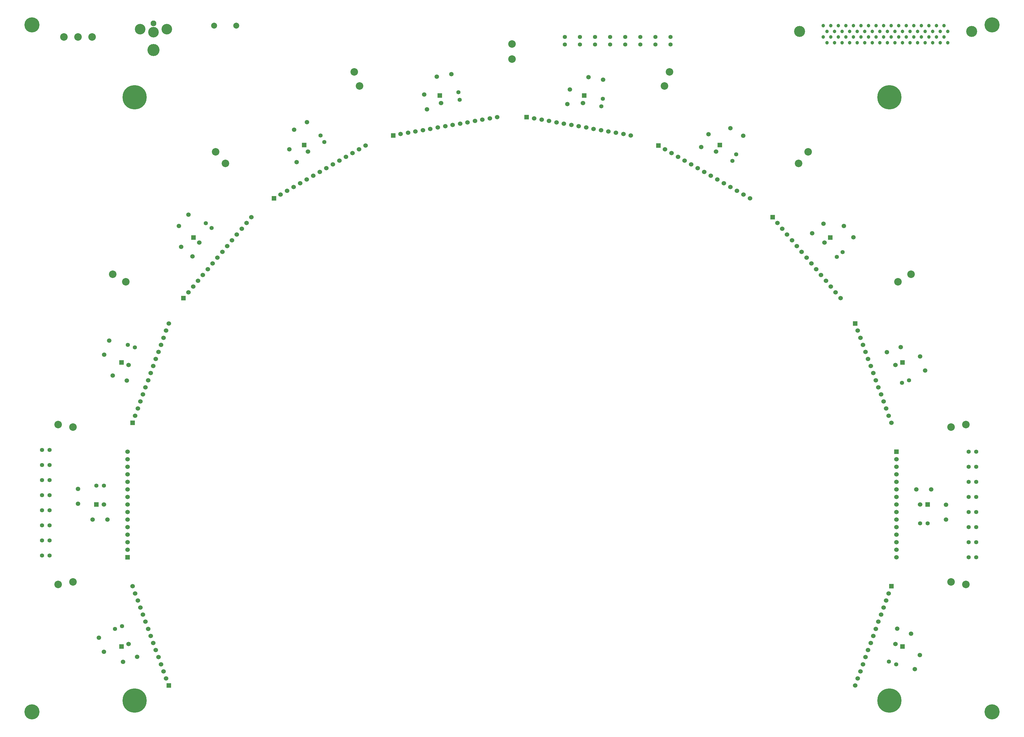
<source format=gbs>
G04 (created by PCBNEW (2013-jul-07)-stable) date Mon 30 Nov 2015 09:20:55 AM PST*
%MOIN*%
G04 Gerber Fmt 3.4, Leading zero omitted, Abs format*
%FSLAX34Y34*%
G01*
G70*
G90*
G04 APERTURE LIST*
%ADD10C,0.00590551*%
%ADD11C,0.145669*%
%ADD12C,0.0472441*%
%ADD13C,0.1*%
%ADD14C,0.0590551*%
%ADD15R,0.06X0.06*%
%ADD16C,0.06*%
%ADD17C,0.076*%
%ADD18C,0.14*%
%ADD19C,0.16*%
%ADD20C,0.055*%
%ADD21C,0.0787402*%
%ADD22C,0.32*%
%ADD23C,0.2*%
G04 APERTURE END LIST*
G54D10*
G54D11*
X140899Y-27246D03*
X118100Y-27246D03*
G54D12*
X137750Y-28746D03*
X137250Y-27996D03*
X136750Y-28746D03*
X136250Y-27996D03*
X135750Y-28746D03*
X135250Y-27996D03*
X134750Y-28746D03*
X134250Y-27996D03*
X133750Y-28746D03*
X133250Y-27996D03*
X132750Y-28746D03*
X132250Y-27996D03*
X131750Y-28746D03*
X131250Y-27996D03*
X130750Y-28746D03*
X130250Y-27996D03*
X129750Y-28746D03*
X129250Y-27996D03*
X128750Y-28746D03*
X128250Y-27996D03*
X127750Y-28746D03*
X127250Y-27996D03*
X126750Y-28746D03*
X126250Y-27996D03*
X125750Y-28746D03*
X125250Y-27996D03*
X124750Y-28746D03*
X124250Y-27996D03*
X123750Y-28746D03*
X123250Y-27996D03*
X122750Y-28746D03*
X122250Y-27996D03*
X121750Y-28746D03*
X121250Y-27996D03*
X137750Y-27246D03*
X137250Y-26496D03*
X136750Y-27246D03*
X136250Y-26496D03*
X135750Y-27246D03*
X135250Y-26496D03*
X134750Y-27246D03*
X134250Y-26496D03*
X133750Y-27246D03*
X133250Y-26496D03*
X132750Y-27246D03*
X132250Y-26496D03*
X131750Y-27246D03*
X131250Y-26496D03*
X130750Y-27246D03*
X130250Y-26496D03*
X129750Y-27246D03*
X129250Y-26496D03*
X128750Y-27246D03*
X128250Y-26496D03*
X127750Y-27246D03*
X127250Y-26496D03*
X126750Y-27246D03*
X126250Y-26496D03*
X125750Y-27246D03*
X125250Y-26496D03*
X124750Y-27246D03*
X124250Y-26496D03*
X123750Y-27246D03*
X123250Y-26496D03*
X122750Y-27246D03*
X122250Y-26496D03*
X121750Y-27246D03*
X121250Y-26496D03*
G54D13*
X24370Y-28000D03*
X22500Y-28000D03*
X20630Y-28000D03*
G54D14*
X37669Y-57091D03*
X36161Y-55825D03*
X123967Y-53046D03*
X125232Y-54553D03*
X68726Y-37581D03*
X68384Y-35642D03*
X108947Y-40107D03*
X110652Y-41092D03*
X134063Y-70375D03*
X134736Y-72224D03*
X90130Y-33329D03*
X92069Y-33670D03*
X87334Y-36886D03*
X87676Y-34948D03*
X51477Y-44598D03*
X50493Y-42893D03*
X137500Y-90015D03*
X137500Y-91984D03*
X134036Y-109975D03*
X133363Y-111824D03*
X30335Y-110204D03*
X28485Y-110877D03*
X26419Y-92000D03*
X24451Y-92000D03*
X28967Y-73553D03*
X27117Y-72880D03*
X51147Y-40292D03*
X52852Y-39307D03*
X35867Y-53053D03*
X37132Y-51546D03*
X25963Y-70124D03*
X26636Y-68275D03*
X22500Y-89884D03*
X22500Y-87915D03*
X25936Y-109524D03*
X25263Y-107675D03*
X129664Y-69795D03*
X131514Y-69122D03*
X133579Y-88000D03*
X135548Y-88000D03*
X70030Y-33270D03*
X71969Y-32929D03*
X119759Y-54027D03*
X121266Y-52761D03*
X131032Y-106446D03*
X132882Y-107119D03*
X105057Y-42598D03*
X106042Y-40893D03*
G54D15*
X135064Y-90000D03*
G54D16*
X134064Y-90000D03*
G54D15*
X52467Y-42313D03*
G54D16*
X52967Y-43179D03*
G54D15*
X70438Y-35772D03*
G54D16*
X70612Y-36757D03*
G54D15*
X89561Y-35772D03*
G54D16*
X89387Y-36757D03*
G54D15*
X37818Y-54605D03*
G54D16*
X38584Y-55248D03*
G54D15*
X28256Y-108833D03*
G54D16*
X29196Y-108491D03*
G54D15*
X131743Y-108833D03*
G54D16*
X130803Y-108491D03*
G54D15*
X131743Y-71166D03*
G54D16*
X130803Y-71508D03*
G54D15*
X122181Y-54605D03*
G54D16*
X121415Y-55248D03*
G54D15*
X28256Y-71166D03*
G54D16*
X29196Y-71508D03*
G54D15*
X107532Y-42313D03*
G54D16*
X107032Y-43179D03*
G54D15*
X24935Y-90000D03*
G54D16*
X25935Y-90000D03*
G54D15*
X99407Y-42385D03*
G54D16*
X100273Y-42885D03*
X101139Y-43385D03*
X102005Y-43885D03*
X102871Y-44385D03*
X103737Y-44885D03*
X104603Y-45385D03*
X105469Y-45885D03*
X106335Y-46385D03*
X107201Y-46885D03*
X108067Y-47385D03*
X108933Y-47885D03*
X109799Y-48385D03*
X110665Y-48885D03*
X111531Y-49385D03*
G54D15*
X130261Y-100844D03*
G54D16*
X129919Y-101784D03*
X129577Y-102723D03*
X129235Y-103663D03*
X128893Y-104603D03*
X128551Y-105543D03*
X128209Y-106482D03*
X127867Y-107422D03*
X127525Y-108362D03*
X127183Y-109301D03*
X126841Y-110241D03*
X126499Y-111181D03*
X126157Y-112120D03*
X125815Y-113060D03*
X125473Y-114000D03*
G54D15*
X130939Y-83000D03*
G54D16*
X130939Y-84000D03*
X130939Y-85000D03*
X130939Y-86000D03*
X130939Y-87000D03*
X130939Y-88000D03*
X130939Y-89000D03*
X130939Y-90000D03*
X130939Y-91000D03*
X130939Y-92000D03*
X130939Y-93000D03*
X130939Y-94000D03*
X130939Y-95000D03*
X130939Y-96000D03*
X130939Y-97000D03*
G54D15*
X125473Y-65999D03*
G54D16*
X125815Y-66939D03*
X126157Y-67879D03*
X126499Y-68818D03*
X126841Y-69758D03*
X127183Y-70698D03*
X127525Y-71637D03*
X127867Y-72577D03*
X128209Y-73517D03*
X128551Y-74456D03*
X128893Y-75396D03*
X129235Y-76336D03*
X129577Y-77276D03*
X129919Y-78215D03*
X130261Y-79155D03*
G54D15*
X114522Y-51894D03*
G54D16*
X115164Y-52660D03*
X115807Y-53426D03*
X116450Y-54192D03*
X117093Y-54958D03*
X117736Y-55724D03*
X118378Y-56490D03*
X119021Y-57256D03*
X119664Y-58022D03*
X120307Y-58788D03*
X120950Y-59554D03*
X121592Y-60320D03*
X122235Y-61086D03*
X122878Y-61852D03*
X123521Y-62619D03*
G54D15*
X81952Y-38619D03*
G54D16*
X82936Y-38792D03*
X83921Y-38966D03*
X84906Y-39140D03*
X85891Y-39313D03*
X86876Y-39487D03*
X87860Y-39660D03*
X88845Y-39834D03*
X89830Y-40008D03*
X90815Y-40181D03*
X91800Y-40355D03*
X92784Y-40529D03*
X93769Y-40702D03*
X94754Y-40876D03*
X95739Y-41050D03*
G54D15*
X64260Y-41050D03*
G54D16*
X65245Y-40876D03*
X66230Y-40702D03*
X67215Y-40529D03*
X68199Y-40355D03*
X69184Y-40181D03*
X70169Y-40008D03*
X71154Y-39834D03*
X72139Y-39660D03*
X73123Y-39487D03*
X74108Y-39313D03*
X75093Y-39140D03*
X76078Y-38966D03*
X77063Y-38792D03*
X78047Y-38619D03*
G54D15*
X48468Y-49385D03*
G54D16*
X49334Y-48885D03*
X50200Y-48385D03*
X51066Y-47885D03*
X51932Y-47385D03*
X52798Y-46885D03*
X53664Y-46385D03*
X54530Y-45885D03*
X55396Y-45385D03*
X56262Y-44885D03*
X57128Y-44385D03*
X57994Y-43885D03*
X58860Y-43385D03*
X59726Y-42885D03*
X60592Y-42385D03*
G54D15*
X36478Y-62619D03*
G54D16*
X37121Y-61852D03*
X37764Y-61086D03*
X38407Y-60320D03*
X39049Y-59554D03*
X39692Y-58788D03*
X40335Y-58022D03*
X40978Y-57256D03*
X41621Y-56490D03*
X42263Y-55724D03*
X42906Y-54958D03*
X43549Y-54192D03*
X44192Y-53426D03*
X44835Y-52660D03*
X45477Y-51894D03*
G54D15*
X29738Y-79155D03*
G54D16*
X30080Y-78215D03*
X30422Y-77276D03*
X30764Y-76336D03*
X31106Y-75396D03*
X31448Y-74456D03*
X31790Y-73517D03*
X32132Y-72577D03*
X32474Y-71637D03*
X32816Y-70698D03*
X33158Y-69758D03*
X33500Y-68818D03*
X33842Y-67879D03*
X34184Y-66939D03*
X34526Y-65999D03*
G54D15*
X29060Y-97000D03*
G54D16*
X29060Y-96000D03*
X29060Y-95000D03*
X29060Y-94000D03*
X29060Y-93000D03*
X29060Y-92000D03*
X29060Y-91000D03*
X29060Y-90000D03*
X29060Y-89000D03*
X29060Y-88000D03*
X29060Y-87000D03*
X29060Y-86000D03*
X29060Y-85000D03*
X29060Y-84000D03*
X29060Y-83000D03*
G54D15*
X34526Y-114000D03*
G54D16*
X34184Y-113060D03*
X33842Y-112120D03*
X33500Y-111181D03*
X33158Y-110241D03*
X32816Y-109301D03*
X32474Y-108362D03*
X32132Y-107422D03*
X31790Y-106482D03*
X31448Y-105543D03*
X31106Y-104603D03*
X30764Y-103663D03*
X30422Y-102723D03*
X30080Y-101784D03*
X29738Y-100844D03*
G54D17*
X32500Y-26180D03*
G54D18*
X32500Y-27360D03*
G54D19*
X32500Y-29720D03*
G54D18*
X30730Y-26970D03*
X34270Y-26970D03*
G54D13*
X80000Y-30935D03*
X80000Y-28935D03*
X21832Y-100256D03*
X19863Y-100603D03*
X21832Y-79743D03*
X19863Y-79396D03*
X28848Y-60467D03*
X27116Y-59467D03*
X42034Y-44754D03*
X40748Y-43222D03*
X59798Y-34497D03*
X59114Y-32618D03*
G54D20*
X30051Y-69159D03*
X29111Y-68817D03*
X28341Y-106141D03*
X27401Y-106484D03*
X25935Y-87500D03*
X24935Y-87500D03*
X131658Y-73858D03*
X132598Y-73515D03*
X40191Y-53333D03*
X39425Y-52690D03*
X55133Y-41929D03*
X54633Y-41063D03*
X73073Y-36322D03*
X72900Y-35338D03*
X91850Y-37191D03*
X92023Y-36206D03*
X129948Y-110840D03*
X130888Y-111182D03*
X109197Y-44429D03*
X109697Y-43563D03*
X134064Y-92500D03*
X135064Y-92500D03*
X123022Y-57163D03*
X123788Y-56520D03*
G54D21*
X40523Y-26500D03*
X43476Y-26500D03*
G54D13*
X100201Y-34497D03*
X100885Y-32618D03*
X117965Y-44754D03*
X119251Y-43222D03*
X131151Y-60467D03*
X132883Y-59467D03*
X138167Y-79743D03*
X140136Y-79396D03*
X138167Y-100256D03*
X140136Y-100603D03*
G54D22*
X30000Y-36000D03*
X130000Y-36000D03*
X130000Y-116000D03*
X30000Y-116000D03*
G54D23*
X143600Y-26400D03*
X16400Y-117500D03*
X143600Y-117500D03*
X16400Y-26400D03*
G54D20*
X18750Y-82750D03*
X17750Y-82750D03*
X140500Y-91000D03*
X141500Y-91000D03*
X95000Y-29000D03*
X95000Y-28000D03*
X18750Y-88750D03*
X17750Y-88750D03*
X140500Y-93000D03*
X141500Y-93000D03*
X97000Y-29000D03*
X97000Y-28000D03*
X18750Y-86750D03*
X17750Y-86750D03*
X140500Y-95000D03*
X141500Y-95000D03*
X99000Y-29000D03*
X99000Y-28000D03*
X18750Y-84750D03*
X17750Y-84750D03*
X140500Y-97000D03*
X141500Y-97000D03*
X101000Y-29000D03*
X101000Y-28000D03*
X18750Y-90750D03*
X17750Y-90750D03*
X140500Y-83000D03*
X141500Y-83000D03*
X87000Y-29000D03*
X87000Y-28000D03*
X18750Y-96750D03*
X17750Y-96750D03*
X140500Y-85000D03*
X141500Y-85000D03*
X89000Y-29000D03*
X89000Y-28000D03*
X18750Y-94750D03*
X17750Y-94750D03*
X140500Y-87000D03*
X141500Y-87000D03*
X91000Y-29000D03*
X91000Y-28000D03*
X18750Y-92750D03*
X17750Y-92750D03*
X140500Y-89000D03*
X141500Y-89000D03*
X93000Y-29000D03*
X93000Y-28000D03*
M02*

</source>
